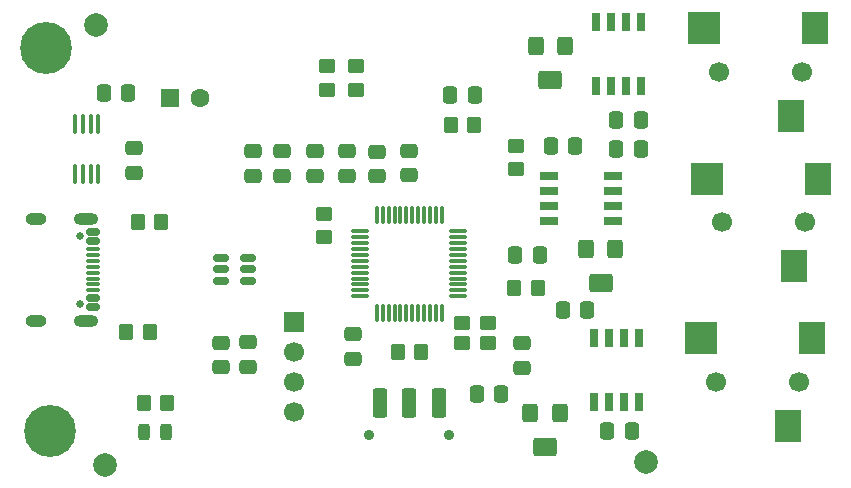
<source format=gbr>
%TF.GenerationSoftware,KiCad,Pcbnew,9.0.2*%
%TF.CreationDate,2025-07-12T15:53:05+01:00*%
%TF.ProjectId,EMG_hand_sensor,454d475f-6861-46e6-945f-73656e736f72,rev?*%
%TF.SameCoordinates,Original*%
%TF.FileFunction,Soldermask,Top*%
%TF.FilePolarity,Negative*%
%FSLAX46Y46*%
G04 Gerber Fmt 4.6, Leading zero omitted, Abs format (unit mm)*
G04 Created by KiCad (PCBNEW 9.0.2) date 2025-07-12 15:53:05*
%MOMM*%
%LPD*%
G01*
G04 APERTURE LIST*
G04 Aperture macros list*
%AMRoundRect*
0 Rectangle with rounded corners*
0 $1 Rounding radius*
0 $2 $3 $4 $5 $6 $7 $8 $9 X,Y pos of 4 corners*
0 Add a 4 corners polygon primitive as box body*
4,1,4,$2,$3,$4,$5,$6,$7,$8,$9,$2,$3,0*
0 Add four circle primitives for the rounded corners*
1,1,$1+$1,$2,$3*
1,1,$1+$1,$4,$5*
1,1,$1+$1,$6,$7*
1,1,$1+$1,$8,$9*
0 Add four rect primitives between the rounded corners*
20,1,$1+$1,$2,$3,$4,$5,0*
20,1,$1+$1,$4,$5,$6,$7,0*
20,1,$1+$1,$6,$7,$8,$9,0*
20,1,$1+$1,$8,$9,$2,$3,0*%
G04 Aperture macros list end*
%ADD10RoundRect,0.250000X0.475000X-0.337500X0.475000X0.337500X-0.475000X0.337500X-0.475000X-0.337500X0*%
%ADD11RoundRect,0.075000X0.075000X0.662500X-0.075000X0.662500X-0.075000X-0.662500X0.075000X-0.662500X0*%
%ADD12RoundRect,0.075000X0.662500X0.075000X-0.662500X0.075000X-0.662500X-0.075000X0.662500X-0.075000X0*%
%ADD13RoundRect,0.250000X0.350000X0.450000X-0.350000X0.450000X-0.350000X-0.450000X0.350000X-0.450000X0*%
%ADD14RoundRect,0.250000X-0.350000X-0.450000X0.350000X-0.450000X0.350000X0.450000X-0.350000X0.450000X0*%
%ADD15C,2.000000*%
%ADD16RoundRect,0.250000X-0.475000X0.337500X-0.475000X-0.337500X0.475000X-0.337500X0.475000X0.337500X0*%
%ADD17R,0.650000X1.528000*%
%ADD18RoundRect,0.250000X-0.337500X-0.475000X0.337500X-0.475000X0.337500X0.475000X-0.337500X0.475000X0*%
%ADD19RoundRect,0.250000X0.450000X-0.350000X0.450000X0.350000X-0.450000X0.350000X-0.450000X-0.350000X0*%
%ADD20RoundRect,0.250000X-0.450000X0.350000X-0.450000X-0.350000X0.450000X-0.350000X0.450000X0.350000X0*%
%ADD21C,1.700000*%
%ADD22R,2.200000X2.800000*%
%ADD23R,2.800000X2.800000*%
%ADD24RoundRect,0.243750X-0.243750X-0.456250X0.243750X-0.456250X0.243750X0.456250X-0.243750X0.456250X0*%
%ADD25R,1.528000X0.650000*%
%ADD26R,1.700000X1.700000*%
%ADD27RoundRect,0.250000X0.337500X0.475000X-0.337500X0.475000X-0.337500X-0.475000X0.337500X-0.475000X0*%
%ADD28RoundRect,0.250000X-0.400000X-0.550000X0.400000X-0.550000X0.400000X0.550000X-0.400000X0.550000X0*%
%ADD29RoundRect,0.250000X-0.750000X-0.550000X0.750000X-0.550000X0.750000X0.550000X-0.750000X0.550000X0*%
%ADD30RoundRect,0.250000X-0.450000X-0.350000X0.450000X-0.350000X0.450000X0.350000X-0.450000X0.350000X0*%
%ADD31C,0.900000*%
%ADD32RoundRect,0.250000X-0.375000X-1.000000X0.375000X-1.000000X0.375000X1.000000X-0.375000X1.000000X0*%
%ADD33C,4.400000*%
%ADD34RoundRect,0.100000X-0.100000X0.712500X-0.100000X-0.712500X0.100000X-0.712500X0.100000X0.712500X0*%
%ADD35RoundRect,0.250000X-0.550000X-0.550000X0.550000X-0.550000X0.550000X0.550000X-0.550000X0.550000X0*%
%ADD36C,1.600000*%
%ADD37RoundRect,0.150000X-0.512500X-0.150000X0.512500X-0.150000X0.512500X0.150000X-0.512500X0.150000X0*%
%ADD38C,0.650000*%
%ADD39RoundRect,0.150000X-0.425000X0.150000X-0.425000X-0.150000X0.425000X-0.150000X0.425000X0.150000X0*%
%ADD40RoundRect,0.075000X-0.500000X0.075000X-0.500000X-0.075000X0.500000X-0.075000X0.500000X0.075000X0*%
%ADD41O,2.100000X1.000000*%
%ADD42O,1.800000X1.000000*%
G04 APERTURE END LIST*
D10*
%TO.C,C9*%
X154682379Y-62712500D03*
X154682379Y-64787500D03*
%TD*%
D11*
%TO.C,U2*%
X180750000Y-76662500D03*
X180250000Y-76662500D03*
X179750000Y-76662500D03*
X179250000Y-76662500D03*
X178750000Y-76662500D03*
X178250000Y-76662500D03*
X177750000Y-76662500D03*
X177250000Y-76662500D03*
X176750000Y-76662500D03*
X176250000Y-76662500D03*
X175750000Y-76662500D03*
X175250000Y-76662500D03*
D12*
X173837500Y-75250000D03*
X173837500Y-74750000D03*
X173837500Y-74250000D03*
X173837500Y-73750000D03*
X173837500Y-73250000D03*
X173837500Y-72750000D03*
X173837500Y-72250000D03*
X173837500Y-71750000D03*
X173837500Y-71250000D03*
X173837500Y-70750000D03*
X173837500Y-70250000D03*
X173837500Y-69750000D03*
D11*
X175250000Y-68337500D03*
X175750000Y-68337500D03*
X176250000Y-68337500D03*
X176750000Y-68337500D03*
X177250000Y-68337500D03*
X177750000Y-68337500D03*
X178250000Y-68337500D03*
X178750000Y-68337500D03*
X179250000Y-68337500D03*
X179750000Y-68337500D03*
X180250000Y-68337500D03*
X180750000Y-68337500D03*
D12*
X182162500Y-69750000D03*
X182162500Y-70250000D03*
X182162500Y-70750000D03*
X182162500Y-71250000D03*
X182162500Y-71750000D03*
X182162500Y-72250000D03*
X182162500Y-72750000D03*
X182162500Y-73250000D03*
X182162500Y-73750000D03*
X182162500Y-74250000D03*
X182162500Y-74750000D03*
X182162500Y-75250000D03*
%TD*%
D13*
%TO.C,R12*%
X188880000Y-74530000D03*
X186880000Y-74530000D03*
%TD*%
D14*
%TO.C,R9*%
X154010000Y-78240000D03*
X156010000Y-78240000D03*
%TD*%
D15*
%TO.C,FID2*%
X198000000Y-89250000D03*
%TD*%
D16*
%TO.C,C7*%
X162090000Y-79195000D03*
X162090000Y-81270000D03*
%TD*%
D17*
%TO.C,U3*%
X197655000Y-52039000D03*
X196385000Y-52039000D03*
X195115000Y-52039000D03*
X193845000Y-52039000D03*
X193845000Y-57461000D03*
X195115000Y-57461000D03*
X196385000Y-57461000D03*
X197655000Y-57461000D03*
%TD*%
D18*
%TO.C,C18*%
X195510000Y-60360000D03*
X197585000Y-60360000D03*
%TD*%
D14*
%TO.C,R11*%
X181500000Y-60750000D03*
X183500000Y-60750000D03*
%TD*%
D16*
%TO.C,C8*%
X164340000Y-79157500D03*
X164340000Y-81232500D03*
%TD*%
D19*
%TO.C,R4*%
X171000000Y-57750000D03*
X171000000Y-55750000D03*
%TD*%
D10*
%TO.C,C4*%
X170000000Y-65037500D03*
X170000000Y-62962500D03*
%TD*%
%TO.C,C6*%
X178000000Y-65000000D03*
X178000000Y-62925000D03*
%TD*%
D20*
%TO.C,R3*%
X173500000Y-55750000D03*
X173500000Y-57750000D03*
%TD*%
D21*
%TO.C,J5*%
X211250000Y-56250000D03*
X204250000Y-56250000D03*
D22*
X210350000Y-59950000D03*
X212350000Y-52550000D03*
D23*
X202950000Y-52550000D03*
%TD*%
D18*
%TO.C,C15*%
X183712500Y-83500000D03*
X185787500Y-83500000D03*
%TD*%
D24*
%TO.C,D1*%
X155562500Y-86750000D03*
X157437500Y-86750000D03*
%TD*%
D14*
%TO.C,R1*%
X177000000Y-80000000D03*
X179000000Y-80000000D03*
%TD*%
D10*
%TO.C,C3*%
X175250000Y-65075000D03*
X175250000Y-63000000D03*
%TD*%
D25*
%TO.C,U5*%
X195211000Y-68905000D03*
X195211000Y-67635000D03*
X195211000Y-66365000D03*
X195211000Y-65095000D03*
X189789000Y-65095000D03*
X189789000Y-66365000D03*
X189789000Y-67635000D03*
X189789000Y-68905000D03*
%TD*%
D26*
%TO.C,J2*%
X168250000Y-77460000D03*
D21*
X168250000Y-80000000D03*
X168250000Y-82540000D03*
X168250000Y-85080000D03*
%TD*%
D16*
%TO.C,C1*%
X173250000Y-78462500D03*
X173250000Y-80537500D03*
%TD*%
D18*
%TO.C,C13*%
X186962500Y-71750000D03*
X189037500Y-71750000D03*
%TD*%
D17*
%TO.C,U9*%
X197405000Y-78789000D03*
X196135000Y-78789000D03*
X194865000Y-78789000D03*
X193595000Y-78789000D03*
X193595000Y-84211000D03*
X194865000Y-84211000D03*
X196135000Y-84211000D03*
X197405000Y-84211000D03*
%TD*%
D27*
%TO.C,C11*%
X154219879Y-58000000D03*
X152144879Y-58000000D03*
%TD*%
D20*
%TO.C,FB1*%
X170750000Y-68250000D03*
X170750000Y-70250000D03*
%TD*%
D28*
%TO.C,RV2*%
X195440000Y-71260000D03*
D29*
X194190000Y-74160000D03*
D28*
X192940000Y-71260000D03*
%TD*%
D15*
%TO.C,FID3*%
X151500000Y-52250000D03*
%TD*%
D14*
%TO.C,R2*%
X155500000Y-84250000D03*
X157500000Y-84250000D03*
%TD*%
D10*
%TO.C,C12*%
X164750000Y-65037500D03*
X164750000Y-62962500D03*
%TD*%
D18*
%TO.C,C19*%
X189962500Y-62500000D03*
X192037500Y-62500000D03*
%TD*%
D30*
%TO.C,Y1*%
X182490000Y-79240000D03*
X184690000Y-79240000D03*
X184690000Y-77540000D03*
X182490000Y-77540000D03*
%TD*%
D10*
%TO.C,C2*%
X167250000Y-65037500D03*
X167250000Y-62962500D03*
%TD*%
D31*
%TO.C,SW1*%
X174600000Y-87000000D03*
X181400000Y-87000000D03*
D32*
X175500000Y-84250000D03*
X178000000Y-84250000D03*
X180500000Y-84250000D03*
%TD*%
D28*
%TO.C,RV1*%
X191200000Y-54040000D03*
D29*
X189950000Y-56940000D03*
D28*
X188700000Y-54040000D03*
%TD*%
D18*
%TO.C,C21*%
X195522500Y-62780000D03*
X197597500Y-62780000D03*
%TD*%
D10*
%TO.C,C5*%
X172750000Y-65037500D03*
X172750000Y-62962500D03*
%TD*%
D14*
%TO.C,R8*%
X155000000Y-69000000D03*
X157000000Y-69000000D03*
%TD*%
D28*
%TO.C,RV3*%
X190740000Y-85100000D03*
D29*
X189490000Y-88000000D03*
D28*
X188240000Y-85100000D03*
%TD*%
D33*
%TO.C,H1*%
X147610000Y-86670000D03*
%TD*%
D34*
%TO.C,U7*%
X151657379Y-60637500D03*
X151007379Y-60637500D03*
X150357379Y-60637500D03*
X149707379Y-60637500D03*
X149707379Y-64862500D03*
X150357379Y-64862500D03*
X151007379Y-64862500D03*
X151657379Y-64862500D03*
%TD*%
D21*
%TO.C,J6*%
X211000000Y-82500000D03*
X204000000Y-82500000D03*
D22*
X210100000Y-86200000D03*
X212100000Y-78800000D03*
D23*
X202700000Y-78800000D03*
%TD*%
D35*
%TO.C,C10*%
X157750000Y-58500000D03*
D36*
X160250000Y-58500000D03*
%TD*%
D15*
%TO.C,FID1*%
X152250000Y-89500000D03*
%TD*%
D21*
%TO.C,J4*%
X211500000Y-69000000D03*
X204500000Y-69000000D03*
D22*
X210600000Y-72700000D03*
X212600000Y-65300000D03*
D23*
X203200000Y-65300000D03*
%TD*%
D37*
%TO.C,U1*%
X162062500Y-72027500D03*
X162062500Y-72977500D03*
X162062500Y-73927500D03*
X164337500Y-73927500D03*
X164337500Y-72977500D03*
X164337500Y-72027500D03*
%TD*%
D16*
%TO.C,C14*%
X187500000Y-79212500D03*
X187500000Y-81287500D03*
%TD*%
D33*
%TO.C,H2*%
X147260000Y-54190000D03*
%TD*%
D18*
%TO.C,C17*%
X191002500Y-76450000D03*
X193077500Y-76450000D03*
%TD*%
D38*
%TO.C,J1*%
X150105000Y-70110000D03*
X150105000Y-75890000D03*
D39*
X151180000Y-69800000D03*
X151180000Y-70600000D03*
D40*
X151180000Y-71750000D03*
X151180000Y-72750000D03*
X151180000Y-73250000D03*
X151180000Y-74250000D03*
D39*
X151180000Y-75400000D03*
X151180000Y-76200000D03*
X151180000Y-76200000D03*
X151180000Y-75400000D03*
D40*
X151180000Y-74750000D03*
X151180000Y-73750000D03*
X151180000Y-72250000D03*
X151180000Y-71250000D03*
D39*
X151180000Y-70600000D03*
X151180000Y-69800000D03*
D41*
X150605000Y-68680000D03*
D42*
X146425000Y-68680000D03*
D41*
X150605000Y-77320000D03*
D42*
X146425000Y-77320000D03*
%TD*%
D18*
%TO.C,C16*%
X181462500Y-58250000D03*
X183537500Y-58250000D03*
%TD*%
D20*
%TO.C,R14*%
X187000000Y-62500000D03*
X187000000Y-64500000D03*
%TD*%
D18*
%TO.C,C20*%
X194742500Y-86670000D03*
X196817500Y-86670000D03*
%TD*%
M02*

</source>
